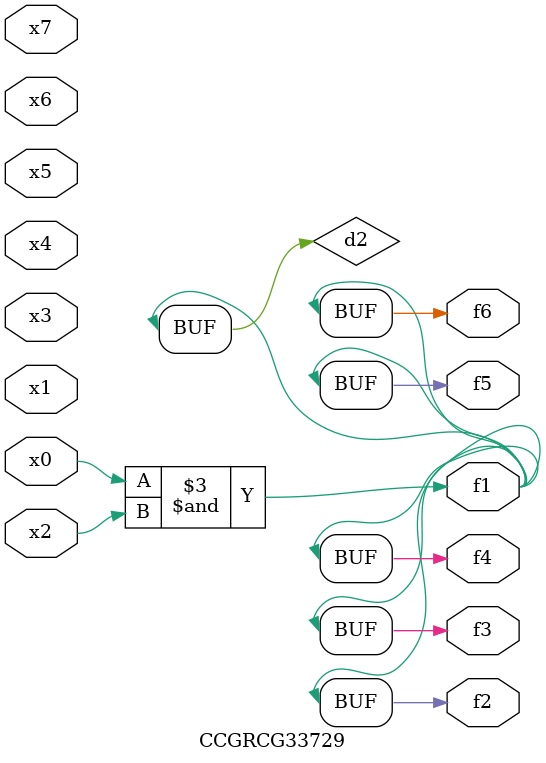
<source format=v>
module CCGRCG33729(
	input x0, x1, x2, x3, x4, x5, x6, x7,
	output f1, f2, f3, f4, f5, f6
);

	wire d1, d2;

	nor (d1, x3, x6);
	and (d2, x0, x2);
	assign f1 = d2;
	assign f2 = d2;
	assign f3 = d2;
	assign f4 = d2;
	assign f5 = d2;
	assign f6 = d2;
endmodule

</source>
